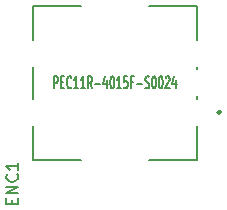
<source format=gbr>
%TF.GenerationSoftware,KiCad,Pcbnew,9.0.4*%
%TF.CreationDate,2025-09-14T19:43:05+01:00*%
%TF.ProjectId,keyboard,6b657962-6f61-4726-942e-6b696361645f,rev?*%
%TF.SameCoordinates,Original*%
%TF.FileFunction,Legend,Top*%
%TF.FilePolarity,Positive*%
%FSLAX46Y46*%
G04 Gerber Fmt 4.6, Leading zero omitted, Abs format (unit mm)*
G04 Created by KiCad (PCBNEW 9.0.4) date 2025-09-14 19:43:05*
%MOMM*%
%LPD*%
G01*
G04 APERTURE LIST*
%ADD10C,0.150000*%
%ADD11C,0.250000*%
%ADD12C,1.750000*%
%ADD13C,3.987800*%
%ADD14C,3.048000*%
%ADD15C,0.650000*%
%ADD16O,1.000000X1.800000*%
%ADD17O,1.000000X2.100000*%
G04 APERTURE END LIST*
D10*
X337152884Y-51540350D02*
X337152884Y-51207017D01*
X337676694Y-51064160D02*
X337676694Y-51540350D01*
X337676694Y-51540350D02*
X336676694Y-51540350D01*
X336676694Y-51540350D02*
X336676694Y-51064160D01*
X337676694Y-50635588D02*
X336676694Y-50635588D01*
X336676694Y-50635588D02*
X337676694Y-50064160D01*
X337676694Y-50064160D02*
X336676694Y-50064160D01*
X337581455Y-49016541D02*
X337629075Y-49064160D01*
X337629075Y-49064160D02*
X337676694Y-49207017D01*
X337676694Y-49207017D02*
X337676694Y-49302255D01*
X337676694Y-49302255D02*
X337629075Y-49445112D01*
X337629075Y-49445112D02*
X337533836Y-49540350D01*
X337533836Y-49540350D02*
X337438598Y-49587969D01*
X337438598Y-49587969D02*
X337248122Y-49635588D01*
X337248122Y-49635588D02*
X337105265Y-49635588D01*
X337105265Y-49635588D02*
X336914789Y-49587969D01*
X336914789Y-49587969D02*
X336819551Y-49540350D01*
X336819551Y-49540350D02*
X336724313Y-49445112D01*
X336724313Y-49445112D02*
X336676694Y-49302255D01*
X336676694Y-49302255D02*
X336676694Y-49207017D01*
X336676694Y-49207017D02*
X336724313Y-49064160D01*
X336724313Y-49064160D02*
X336771932Y-49016541D01*
X337676694Y-48064160D02*
X337676694Y-48635588D01*
X337676694Y-48349874D02*
X336676694Y-48349874D01*
X336676694Y-48349874D02*
X336819551Y-48445112D01*
X336819551Y-48445112D02*
X336914789Y-48540350D01*
X336914789Y-48540350D02*
X336962408Y-48635588D01*
X340700444Y-41729819D02*
X340700444Y-40729819D01*
X340700444Y-40729819D02*
X340929015Y-40729819D01*
X340929015Y-40729819D02*
X340986158Y-40777438D01*
X340986158Y-40777438D02*
X341014729Y-40825057D01*
X341014729Y-40825057D02*
X341043301Y-40920295D01*
X341043301Y-40920295D02*
X341043301Y-41063152D01*
X341043301Y-41063152D02*
X341014729Y-41158390D01*
X341014729Y-41158390D02*
X340986158Y-41206009D01*
X340986158Y-41206009D02*
X340929015Y-41253628D01*
X340929015Y-41253628D02*
X340700444Y-41253628D01*
X341300444Y-41206009D02*
X341500444Y-41206009D01*
X341586158Y-41729819D02*
X341300444Y-41729819D01*
X341300444Y-41729819D02*
X341300444Y-40729819D01*
X341300444Y-40729819D02*
X341586158Y-40729819D01*
X342186158Y-41634580D02*
X342157586Y-41682200D01*
X342157586Y-41682200D02*
X342071872Y-41729819D01*
X342071872Y-41729819D02*
X342014729Y-41729819D01*
X342014729Y-41729819D02*
X341929015Y-41682200D01*
X341929015Y-41682200D02*
X341871872Y-41586961D01*
X341871872Y-41586961D02*
X341843301Y-41491723D01*
X341843301Y-41491723D02*
X341814729Y-41301247D01*
X341814729Y-41301247D02*
X341814729Y-41158390D01*
X341814729Y-41158390D02*
X341843301Y-40967914D01*
X341843301Y-40967914D02*
X341871872Y-40872676D01*
X341871872Y-40872676D02*
X341929015Y-40777438D01*
X341929015Y-40777438D02*
X342014729Y-40729819D01*
X342014729Y-40729819D02*
X342071872Y-40729819D01*
X342071872Y-40729819D02*
X342157586Y-40777438D01*
X342157586Y-40777438D02*
X342186158Y-40825057D01*
X342757586Y-41729819D02*
X342414729Y-41729819D01*
X342586158Y-41729819D02*
X342586158Y-40729819D01*
X342586158Y-40729819D02*
X342529015Y-40872676D01*
X342529015Y-40872676D02*
X342471872Y-40967914D01*
X342471872Y-40967914D02*
X342414729Y-41015533D01*
X343329015Y-41729819D02*
X342986158Y-41729819D01*
X343157587Y-41729819D02*
X343157587Y-40729819D01*
X343157587Y-40729819D02*
X343100444Y-40872676D01*
X343100444Y-40872676D02*
X343043301Y-40967914D01*
X343043301Y-40967914D02*
X342986158Y-41015533D01*
X343929016Y-41729819D02*
X343729016Y-41253628D01*
X343586159Y-41729819D02*
X343586159Y-40729819D01*
X343586159Y-40729819D02*
X343814730Y-40729819D01*
X343814730Y-40729819D02*
X343871873Y-40777438D01*
X343871873Y-40777438D02*
X343900444Y-40825057D01*
X343900444Y-40825057D02*
X343929016Y-40920295D01*
X343929016Y-40920295D02*
X343929016Y-41063152D01*
X343929016Y-41063152D02*
X343900444Y-41158390D01*
X343900444Y-41158390D02*
X343871873Y-41206009D01*
X343871873Y-41206009D02*
X343814730Y-41253628D01*
X343814730Y-41253628D02*
X343586159Y-41253628D01*
X344186159Y-41348866D02*
X344643302Y-41348866D01*
X345186159Y-41063152D02*
X345186159Y-41729819D01*
X345043301Y-40682200D02*
X344900444Y-41396485D01*
X344900444Y-41396485D02*
X345271873Y-41396485D01*
X345614730Y-40729819D02*
X345671873Y-40729819D01*
X345671873Y-40729819D02*
X345729016Y-40777438D01*
X345729016Y-40777438D02*
X345757588Y-40825057D01*
X345757588Y-40825057D02*
X345786159Y-40920295D01*
X345786159Y-40920295D02*
X345814730Y-41110771D01*
X345814730Y-41110771D02*
X345814730Y-41348866D01*
X345814730Y-41348866D02*
X345786159Y-41539342D01*
X345786159Y-41539342D02*
X345757588Y-41634580D01*
X345757588Y-41634580D02*
X345729016Y-41682200D01*
X345729016Y-41682200D02*
X345671873Y-41729819D01*
X345671873Y-41729819D02*
X345614730Y-41729819D01*
X345614730Y-41729819D02*
X345557588Y-41682200D01*
X345557588Y-41682200D02*
X345529016Y-41634580D01*
X345529016Y-41634580D02*
X345500445Y-41539342D01*
X345500445Y-41539342D02*
X345471873Y-41348866D01*
X345471873Y-41348866D02*
X345471873Y-41110771D01*
X345471873Y-41110771D02*
X345500445Y-40920295D01*
X345500445Y-40920295D02*
X345529016Y-40825057D01*
X345529016Y-40825057D02*
X345557588Y-40777438D01*
X345557588Y-40777438D02*
X345614730Y-40729819D01*
X346386159Y-41729819D02*
X346043302Y-41729819D01*
X346214731Y-41729819D02*
X346214731Y-40729819D01*
X346214731Y-40729819D02*
X346157588Y-40872676D01*
X346157588Y-40872676D02*
X346100445Y-40967914D01*
X346100445Y-40967914D02*
X346043302Y-41015533D01*
X346929017Y-40729819D02*
X346643303Y-40729819D01*
X346643303Y-40729819D02*
X346614731Y-41206009D01*
X346614731Y-41206009D02*
X346643303Y-41158390D01*
X346643303Y-41158390D02*
X346700446Y-41110771D01*
X346700446Y-41110771D02*
X346843303Y-41110771D01*
X346843303Y-41110771D02*
X346900446Y-41158390D01*
X346900446Y-41158390D02*
X346929017Y-41206009D01*
X346929017Y-41206009D02*
X346957588Y-41301247D01*
X346957588Y-41301247D02*
X346957588Y-41539342D01*
X346957588Y-41539342D02*
X346929017Y-41634580D01*
X346929017Y-41634580D02*
X346900446Y-41682200D01*
X346900446Y-41682200D02*
X346843303Y-41729819D01*
X346843303Y-41729819D02*
X346700446Y-41729819D01*
X346700446Y-41729819D02*
X346643303Y-41682200D01*
X346643303Y-41682200D02*
X346614731Y-41634580D01*
X347414732Y-41206009D02*
X347214732Y-41206009D01*
X347214732Y-41729819D02*
X347214732Y-40729819D01*
X347214732Y-40729819D02*
X347500446Y-40729819D01*
X347729018Y-41348866D02*
X348186161Y-41348866D01*
X348443303Y-41682200D02*
X348529018Y-41729819D01*
X348529018Y-41729819D02*
X348671875Y-41729819D01*
X348671875Y-41729819D02*
X348729018Y-41682200D01*
X348729018Y-41682200D02*
X348757589Y-41634580D01*
X348757589Y-41634580D02*
X348786160Y-41539342D01*
X348786160Y-41539342D02*
X348786160Y-41444104D01*
X348786160Y-41444104D02*
X348757589Y-41348866D01*
X348757589Y-41348866D02*
X348729018Y-41301247D01*
X348729018Y-41301247D02*
X348671875Y-41253628D01*
X348671875Y-41253628D02*
X348557589Y-41206009D01*
X348557589Y-41206009D02*
X348500446Y-41158390D01*
X348500446Y-41158390D02*
X348471875Y-41110771D01*
X348471875Y-41110771D02*
X348443303Y-41015533D01*
X348443303Y-41015533D02*
X348443303Y-40920295D01*
X348443303Y-40920295D02*
X348471875Y-40825057D01*
X348471875Y-40825057D02*
X348500446Y-40777438D01*
X348500446Y-40777438D02*
X348557589Y-40729819D01*
X348557589Y-40729819D02*
X348700446Y-40729819D01*
X348700446Y-40729819D02*
X348786160Y-40777438D01*
X349157589Y-40729819D02*
X349214732Y-40729819D01*
X349214732Y-40729819D02*
X349271875Y-40777438D01*
X349271875Y-40777438D02*
X349300447Y-40825057D01*
X349300447Y-40825057D02*
X349329018Y-40920295D01*
X349329018Y-40920295D02*
X349357589Y-41110771D01*
X349357589Y-41110771D02*
X349357589Y-41348866D01*
X349357589Y-41348866D02*
X349329018Y-41539342D01*
X349329018Y-41539342D02*
X349300447Y-41634580D01*
X349300447Y-41634580D02*
X349271875Y-41682200D01*
X349271875Y-41682200D02*
X349214732Y-41729819D01*
X349214732Y-41729819D02*
X349157589Y-41729819D01*
X349157589Y-41729819D02*
X349100447Y-41682200D01*
X349100447Y-41682200D02*
X349071875Y-41634580D01*
X349071875Y-41634580D02*
X349043304Y-41539342D01*
X349043304Y-41539342D02*
X349014732Y-41348866D01*
X349014732Y-41348866D02*
X349014732Y-41110771D01*
X349014732Y-41110771D02*
X349043304Y-40920295D01*
X349043304Y-40920295D02*
X349071875Y-40825057D01*
X349071875Y-40825057D02*
X349100447Y-40777438D01*
X349100447Y-40777438D02*
X349157589Y-40729819D01*
X349729018Y-40729819D02*
X349786161Y-40729819D01*
X349786161Y-40729819D02*
X349843304Y-40777438D01*
X349843304Y-40777438D02*
X349871876Y-40825057D01*
X349871876Y-40825057D02*
X349900447Y-40920295D01*
X349900447Y-40920295D02*
X349929018Y-41110771D01*
X349929018Y-41110771D02*
X349929018Y-41348866D01*
X349929018Y-41348866D02*
X349900447Y-41539342D01*
X349900447Y-41539342D02*
X349871876Y-41634580D01*
X349871876Y-41634580D02*
X349843304Y-41682200D01*
X349843304Y-41682200D02*
X349786161Y-41729819D01*
X349786161Y-41729819D02*
X349729018Y-41729819D01*
X349729018Y-41729819D02*
X349671876Y-41682200D01*
X349671876Y-41682200D02*
X349643304Y-41634580D01*
X349643304Y-41634580D02*
X349614733Y-41539342D01*
X349614733Y-41539342D02*
X349586161Y-41348866D01*
X349586161Y-41348866D02*
X349586161Y-41110771D01*
X349586161Y-41110771D02*
X349614733Y-40920295D01*
X349614733Y-40920295D02*
X349643304Y-40825057D01*
X349643304Y-40825057D02*
X349671876Y-40777438D01*
X349671876Y-40777438D02*
X349729018Y-40729819D01*
X350157590Y-40825057D02*
X350186162Y-40777438D01*
X350186162Y-40777438D02*
X350243305Y-40729819D01*
X350243305Y-40729819D02*
X350386162Y-40729819D01*
X350386162Y-40729819D02*
X350443305Y-40777438D01*
X350443305Y-40777438D02*
X350471876Y-40825057D01*
X350471876Y-40825057D02*
X350500447Y-40920295D01*
X350500447Y-40920295D02*
X350500447Y-41015533D01*
X350500447Y-41015533D02*
X350471876Y-41158390D01*
X350471876Y-41158390D02*
X350129019Y-41729819D01*
X350129019Y-41729819D02*
X350500447Y-41729819D01*
X351014734Y-41063152D02*
X351014734Y-41729819D01*
X350871876Y-40682200D02*
X350729019Y-41396485D01*
X350729019Y-41396485D02*
X351100448Y-41396485D01*
%TO.C,ENC1*%
X338921875Y-37625000D02*
X338921875Y-34775000D01*
X338921875Y-42625000D02*
X338921875Y-39925000D01*
X338921875Y-47775000D02*
X338921875Y-44925000D01*
X342996875Y-34775000D02*
X338921875Y-34775000D01*
X342996875Y-47775000D02*
X338921875Y-47775000D01*
X352821875Y-34775000D02*
X348746875Y-34775000D01*
X352821875Y-37625000D02*
X352821875Y-34775000D01*
X352821875Y-40125000D02*
X352821875Y-39925000D01*
X352821875Y-42625000D02*
X352821875Y-42425000D01*
X352821875Y-47775000D02*
X348746875Y-47775000D01*
X352821875Y-47775000D02*
X352821875Y-44925000D01*
D11*
X354821875Y-43775000D02*
G75*
G02*
X354571875Y-43775000I-125000J0D01*
G01*
X354571875Y-43775000D02*
G75*
G02*
X354821875Y-43775000I125000J0D01*
G01*
%TD*%
%LPC*%
D12*
%TO.C,MX_F9*%
X207645000Y-41275000D03*
D13*
X212725000Y-41275000D03*
D12*
X217805000Y-41275000D03*
%TD*%
%TO.C,MX_I1*%
X198120000Y-79375000D03*
D13*
X203200000Y-79375000D03*
D12*
X208280000Y-79375000D03*
%TD*%
%TO.C,MX_]1*%
X274320000Y-79375000D03*
D13*
X279400000Y-79375000D03*
D12*
X284480000Y-79375000D03*
%TD*%
%TO.C,MX_Left1*%
X302895000Y-136525000D03*
D13*
X307975000Y-136525000D03*
D12*
X313055000Y-136525000D03*
%TD*%
%TO.C,MX_R1*%
X121920000Y-79375000D03*
D13*
X127000000Y-79375000D03*
D12*
X132080000Y-79375000D03*
%TD*%
%TO.C,MX_F4*%
X112395000Y-41306250D03*
D13*
X117475000Y-41306250D03*
D12*
X122555000Y-41306250D03*
%TD*%
%TO.C,MX_F12*%
X264795000Y-41275000D03*
D13*
X269875000Y-41275000D03*
D12*
X274955000Y-41275000D03*
%TD*%
%TO.C,MX_N1*%
X174307500Y-117475000D03*
D13*
X179387500Y-117475000D03*
D12*
X184467500Y-117475000D03*
%TD*%
%TO.C,MX_T1*%
X140970000Y-79375000D03*
D13*
X146050000Y-79375000D03*
D12*
X151130000Y-79375000D03*
%TD*%
%TO.C,MX_Del1*%
X321945000Y-79375000D03*
D13*
X327025000Y-79375000D03*
D12*
X332105000Y-79375000D03*
%TD*%
%TO.C,MX_LAlt1*%
X86201250Y-136525000D03*
D13*
X91281250Y-136525000D03*
D12*
X96361250Y-136525000D03*
%TD*%
%TO.C,MX_Ins1*%
X321945000Y-60325000D03*
D13*
X327025000Y-60325000D03*
D12*
X332105000Y-60325000D03*
%TD*%
%TO.C,MX_9*%
X207645000Y-60325000D03*
D13*
X212725000Y-60325000D03*
D12*
X217805000Y-60325000D03*
%TD*%
%TO.C,MX_Y1*%
X160020000Y-79375000D03*
D13*
X165100000Y-79375000D03*
D12*
X170180000Y-79375000D03*
%TD*%
%TO.C,MX_F13*%
X126682500Y-98425000D03*
D13*
X131762500Y-98425000D03*
D12*
X136842500Y-98425000D03*
%TD*%
%TO.C,MX_F6*%
X150495000Y-41275000D03*
D13*
X155575000Y-41275000D03*
D12*
X160655000Y-41275000D03*
%TD*%
D14*
%TO.C,MX_RShift1*%
X279368250Y-110490000D03*
D13*
X279368250Y-125730000D03*
D12*
X286226250Y-117475000D03*
D13*
X291306250Y-117475000D03*
D12*
X296386250Y-117475000D03*
D14*
X303244250Y-110490000D03*
D13*
X303244250Y-125730000D03*
%TD*%
D12*
%TO.C,MX_3*%
X93345000Y-60325000D03*
D13*
X98425000Y-60325000D03*
D12*
X103505000Y-60325000D03*
%TD*%
%TO.C,MX_Tilda1*%
X36195000Y-60356250D03*
D13*
X41275000Y-60356250D03*
D12*
X46355000Y-60356250D03*
%TD*%
%TO.C,MX_RCtrl1*%
X271938750Y-136525000D03*
D13*
X277018750Y-136525000D03*
D12*
X282098750Y-136525000D03*
%TD*%
%TO.C,MX_W1*%
X83820000Y-79375000D03*
D13*
X88900000Y-79375000D03*
D12*
X93980000Y-79375000D03*
%TD*%
%TO.C,MX_LCtrl1*%
X38576250Y-136525000D03*
D13*
X43656250Y-136525000D03*
D12*
X48736250Y-136525000D03*
%TD*%
%TO.C,MX_'1*%
X260032500Y-98425000D03*
D13*
X265112500Y-98425000D03*
D12*
X270192500Y-98425000D03*
%TD*%
%TO.C,MX_J1*%
X183832500Y-98425000D03*
D13*
X188912500Y-98425000D03*
D12*
X193992500Y-98425000D03*
%TD*%
D14*
%TO.C,MX_LShift1*%
X41243250Y-110490000D03*
D13*
X41243250Y-125730000D03*
D12*
X48101250Y-117475000D03*
D13*
X53181250Y-117475000D03*
D12*
X58261250Y-117475000D03*
D14*
X65119250Y-110490000D03*
D13*
X65119250Y-125730000D03*
%TD*%
D12*
%TO.C,MX_4*%
X112395000Y-60325000D03*
D13*
X117475000Y-60325000D03*
D12*
X122555000Y-60325000D03*
%TD*%
%TO.C,MX_[1*%
X255270000Y-79375000D03*
D13*
X260350000Y-79375000D03*
D12*
X265430000Y-79375000D03*
%TD*%
%TO.C,MX_.1*%
X231457500Y-117475000D03*
D13*
X236537500Y-117475000D03*
D12*
X241617500Y-117475000D03*
%TD*%
%TO.C,MX_Up1*%
X321945000Y-117475000D03*
D13*
X327025000Y-117475000D03*
D12*
X332105000Y-117475000D03*
%TD*%
%TO.C,MX_2*%
X74295000Y-60356250D03*
D13*
X79375000Y-60356250D03*
D12*
X84455000Y-60356250D03*
%TD*%
%TO.C,MX_Esc1*%
X36195000Y-41306250D03*
D13*
X41275000Y-41306250D03*
D12*
X46355000Y-41306250D03*
%TD*%
%TO.C,MX_X1*%
X98107500Y-117475000D03*
D13*
X103187500Y-117475000D03*
D12*
X108267500Y-117475000D03*
%TD*%
%TO.C,MX_Z1*%
X79057500Y-117475000D03*
D13*
X84137500Y-117475000D03*
D12*
X89217500Y-117475000D03*
%TD*%
%TO.C,MX_7*%
X169545000Y-60325000D03*
D13*
X174625000Y-60325000D03*
D12*
X179705000Y-60325000D03*
%TD*%
%TO.C,MX_End1*%
X340995000Y-79375000D03*
D13*
X346075000Y-79375000D03*
D12*
X351155000Y-79375000D03*
%TD*%
%TO.C,MX_B1*%
X155257500Y-117475000D03*
D13*
X160337500Y-117475000D03*
D12*
X165417500Y-117475000D03*
%TD*%
%TO.C,MX_D1*%
X107632500Y-98425000D03*
D13*
X112712500Y-98425000D03*
D12*
X117792500Y-98425000D03*
%TD*%
%TO.C,MX_F1*%
X55245000Y-41306250D03*
D13*
X60325000Y-41306250D03*
D12*
X65405000Y-41306250D03*
%TD*%
%TO.C,MX_V1*%
X136207500Y-117475000D03*
D13*
X141287500Y-117475000D03*
D12*
X146367500Y-117475000D03*
%TD*%
%TO.C,MX_5*%
X131445000Y-60325000D03*
D13*
X136525000Y-60325000D03*
D12*
X141605000Y-60325000D03*
%TD*%
%TO.C,MX_PtrSc1*%
X321945000Y-98425000D03*
D13*
X327025000Y-98425000D03*
D12*
X332105000Y-98425000D03*
%TD*%
%TO.C,MX_1*%
X55245000Y-60356250D03*
D13*
X60325000Y-60356250D03*
D12*
X65405000Y-60356250D03*
%TD*%
%TO.C,MX_PgDn1*%
X340995000Y-117475000D03*
D13*
X346075000Y-117475000D03*
D12*
X351155000Y-117475000D03*
%TD*%
%TO.C,MX_F8*%
X188595000Y-41306250D03*
D13*
X193675000Y-41306250D03*
D12*
X198755000Y-41306250D03*
%TD*%
D14*
%TO.C,MX_BckSpace1*%
X286512000Y-53340000D03*
D13*
X286512000Y-68580000D03*
D12*
X293370000Y-60325000D03*
D13*
X298450000Y-60325000D03*
D12*
X303530000Y-60325000D03*
D14*
X310388000Y-53340000D03*
D13*
X310388000Y-68580000D03*
%TD*%
D14*
%TO.C,MX_Space1*%
X112712500Y-129540000D03*
D13*
X112712500Y-144780000D03*
D12*
X155257500Y-136525000D03*
D13*
X160337500Y-136525000D03*
D12*
X165417500Y-136525000D03*
D14*
X207962500Y-129540000D03*
D13*
X207962500Y-144780000D03*
%TD*%
D12*
%TO.C,MX_H1*%
X164782500Y-98425000D03*
D13*
X169862500Y-98425000D03*
D12*
X174942500Y-98425000D03*
%TD*%
%TO.C,MX_Caps1*%
X43338750Y-98425000D03*
D13*
X48418750Y-98425000D03*
D12*
X53498750Y-98425000D03*
%TD*%
%TO.C,MX_6*%
X150495000Y-60325000D03*
D13*
X155575000Y-60325000D03*
D12*
X160655000Y-60325000D03*
%TD*%
%TO.C,MX_RAlt1*%
X224313750Y-136525000D03*
D13*
X229393750Y-136525000D03*
D12*
X234473750Y-136525000D03*
%TD*%
%TO.C,MX_LWin1*%
X62388750Y-136525000D03*
D13*
X67468750Y-136525000D03*
D12*
X72548750Y-136525000D03*
%TD*%
%TO.C,MX_C1*%
X117157500Y-117475000D03*
D13*
X122237500Y-117475000D03*
D12*
X127317500Y-117475000D03*
%TD*%
%TO.C,MX_F7*%
X169545000Y-41275000D03*
D13*
X174625000Y-41275000D03*
D12*
X179705000Y-41275000D03*
%TD*%
%TO.C,MX_F11*%
X245745000Y-41306250D03*
D13*
X250825000Y-41306250D03*
D12*
X255905000Y-41306250D03*
%TD*%
%TO.C,MX_M1*%
X193357500Y-117475000D03*
D13*
X198437500Y-117475000D03*
D12*
X203517500Y-117475000D03*
%TD*%
%TO.C,MX_Q1*%
X64770000Y-79375000D03*
D13*
X69850000Y-79375000D03*
D12*
X74930000Y-79375000D03*
%TD*%
%TO.C,MX_-1*%
X245745000Y-60325000D03*
D13*
X250825000Y-60325000D03*
D12*
X255905000Y-60325000D03*
%TD*%
%TO.C,MX_E1*%
X102870000Y-79375000D03*
D13*
X107950000Y-79375000D03*
D12*
X113030000Y-79375000D03*
%TD*%
%TO.C,MX_A1*%
X69532500Y-98425000D03*
D13*
X74612500Y-98425000D03*
D12*
X79692500Y-98425000D03*
%TD*%
%TO.C,MX_Tab1*%
X40957500Y-79375000D03*
D13*
X46037500Y-79375000D03*
D12*
X51117500Y-79375000D03*
%TD*%
%TO.C,MX_O1*%
X217170000Y-79375000D03*
D13*
X222250000Y-79375000D03*
D12*
X227330000Y-79375000D03*
%TD*%
%TO.C,MX_Right1*%
X340995000Y-136525000D03*
D13*
X346075000Y-136525000D03*
D12*
X351155000Y-136525000D03*
%TD*%
%TO.C,MX_U1*%
X179070000Y-79375000D03*
D13*
X184150000Y-79375000D03*
D12*
X189230000Y-79375000D03*
%TD*%
%TO.C,MX_\u005C1*%
X298132500Y-79375000D03*
D13*
X303212500Y-79375000D03*
D12*
X308292500Y-79375000D03*
%TD*%
%TO.C,MX_PgUp1*%
X340995000Y-98425000D03*
D13*
X346075000Y-98425000D03*
D12*
X351155000Y-98425000D03*
%TD*%
%TO.C,MX_F3*%
X93345000Y-41306250D03*
D13*
X98425000Y-41306250D03*
D12*
X103505000Y-41306250D03*
%TD*%
%TO.C,MX_;1*%
X240982500Y-98425000D03*
D13*
X246062500Y-98425000D03*
D12*
X251142500Y-98425000D03*
%TD*%
%TO.C,MX_P1*%
X236220000Y-79375000D03*
D13*
X241300000Y-79375000D03*
D12*
X246380000Y-79375000D03*
%TD*%
%TO.C,MX_Down1*%
X321945000Y-136525000D03*
D13*
X327025000Y-136525000D03*
D12*
X332105000Y-136525000D03*
%TD*%
%TO.C,MX_F5*%
X131445000Y-41275000D03*
D13*
X136525000Y-41275000D03*
D12*
X141605000Y-41275000D03*
%TD*%
D14*
%TO.C,MX_Enter1*%
X284130750Y-91440000D03*
D13*
X284130750Y-106680000D03*
D12*
X290988750Y-98425000D03*
D13*
X296068750Y-98425000D03*
D12*
X301148750Y-98425000D03*
D14*
X308006750Y-91440000D03*
D13*
X308006750Y-106680000D03*
%TD*%
D12*
%TO.C,MX_\u002C1*%
X212407500Y-117475000D03*
D13*
X217487500Y-117475000D03*
D12*
X222567500Y-117475000D03*
%TD*%
%TO.C,MX_G1*%
X145732500Y-98425000D03*
D13*
X150812500Y-98425000D03*
D12*
X155892500Y-98425000D03*
%TD*%
%TO.C,MX_F2*%
X74295000Y-41306250D03*
D13*
X79375000Y-41306250D03*
D12*
X84455000Y-41306250D03*
%TD*%
%TO.C,MX_=1*%
X264795000Y-60325000D03*
D13*
X269875000Y-60325000D03*
D12*
X274955000Y-60325000D03*
%TD*%
%TO.C,MX_0*%
X226695000Y-60325000D03*
D13*
X231775000Y-60325000D03*
D12*
X236855000Y-60325000D03*
%TD*%
%TO.C,MX_S1*%
X88582500Y-98425000D03*
D13*
X93662500Y-98425000D03*
D12*
X98742500Y-98425000D03*
%TD*%
%TO.C,MX_RWin1*%
X248126250Y-136525000D03*
D13*
X253206250Y-136525000D03*
D12*
X258286250Y-136525000D03*
%TD*%
%TO.C,MX_8*%
X188595000Y-60325000D03*
D13*
X193675000Y-60325000D03*
D12*
X198755000Y-60325000D03*
%TD*%
%TO.C,MX_K1*%
X202882500Y-98425000D03*
D13*
X207962500Y-98425000D03*
D12*
X213042500Y-98425000D03*
%TD*%
%TO.C,MX_L1*%
X221932500Y-98425000D03*
D13*
X227012500Y-98425000D03*
D12*
X232092500Y-98425000D03*
%TD*%
%TO.C,MX_F10*%
X226695000Y-41275000D03*
D13*
X231775000Y-41275000D03*
D12*
X236855000Y-41275000D03*
%TD*%
%TO.C,MX_Home1*%
X340995000Y-60325000D03*
D13*
X346075000Y-60325000D03*
D12*
X351155000Y-60325000D03*
%TD*%
%TO.C,MX_/1*%
X250507500Y-117475000D03*
D13*
X255587500Y-117475000D03*
D12*
X260667500Y-117475000D03*
%TD*%
D15*
%TO.C,J3*%
X47529000Y-36560000D03*
X53309000Y-36560000D03*
D16*
X46099000Y-32880000D03*
D17*
X46099000Y-37080000D03*
D16*
X54739000Y-32880000D03*
D17*
X54739000Y-37080000D03*
%TD*%
%LPD*%
M02*

</source>
